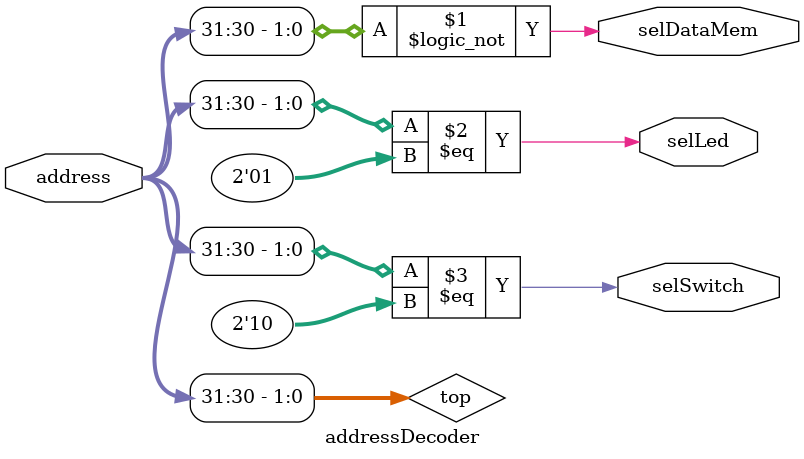
<source format=v>
`timescale 1ns / 1ps


//    assign selDataMem = (hi == 2'h0); // 0x0xxx_xxxx
//    assign selLed = (hi == 2'h1); // 0x2xxx_xxxx
//    assign selSwitch = (hi == 2'h2); // 0x3xxx_xxxx
//endmodule

module addressDecoder #(
    parameter OPERAND_LENGTH = 31
    )(
    input  wire [OPERAND_LENGTH:0] address,
    output wire selDataMem,
    output wire selLed,
    output wire selSwitch
);
    wire [1:0] top = address[OPERAND_LENGTH:OPERAND_LENGTH-1];
    assign selDataMem = (top == 2'b00);
    assign selLed     = (top == 2'b01);  // 0x4xxxxxxx
    assign selSwitch  = (top == 2'b10);  // 0x8xxxxxxx
endmodule

</source>
